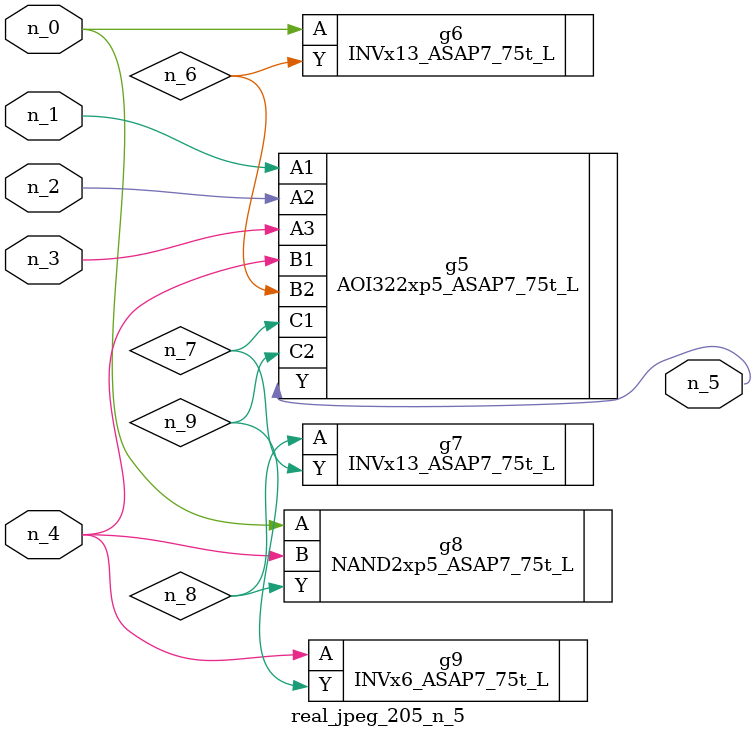
<source format=v>
module real_jpeg_205_n_5 (n_4, n_0, n_1, n_2, n_3, n_5);

input n_4;
input n_0;
input n_1;
input n_2;
input n_3;

output n_5;

wire n_8;
wire n_6;
wire n_7;
wire n_9;

INVx13_ASAP7_75t_L g6 ( 
.A(n_0),
.Y(n_6)
);

NAND2xp5_ASAP7_75t_L g8 ( 
.A(n_0),
.B(n_4),
.Y(n_8)
);

AOI322xp5_ASAP7_75t_L g5 ( 
.A1(n_1),
.A2(n_2),
.A3(n_3),
.B1(n_4),
.B2(n_6),
.C1(n_7),
.C2(n_9),
.Y(n_5)
);

INVx6_ASAP7_75t_L g9 ( 
.A(n_4),
.Y(n_9)
);

INVx13_ASAP7_75t_L g7 ( 
.A(n_8),
.Y(n_7)
);


endmodule
</source>
